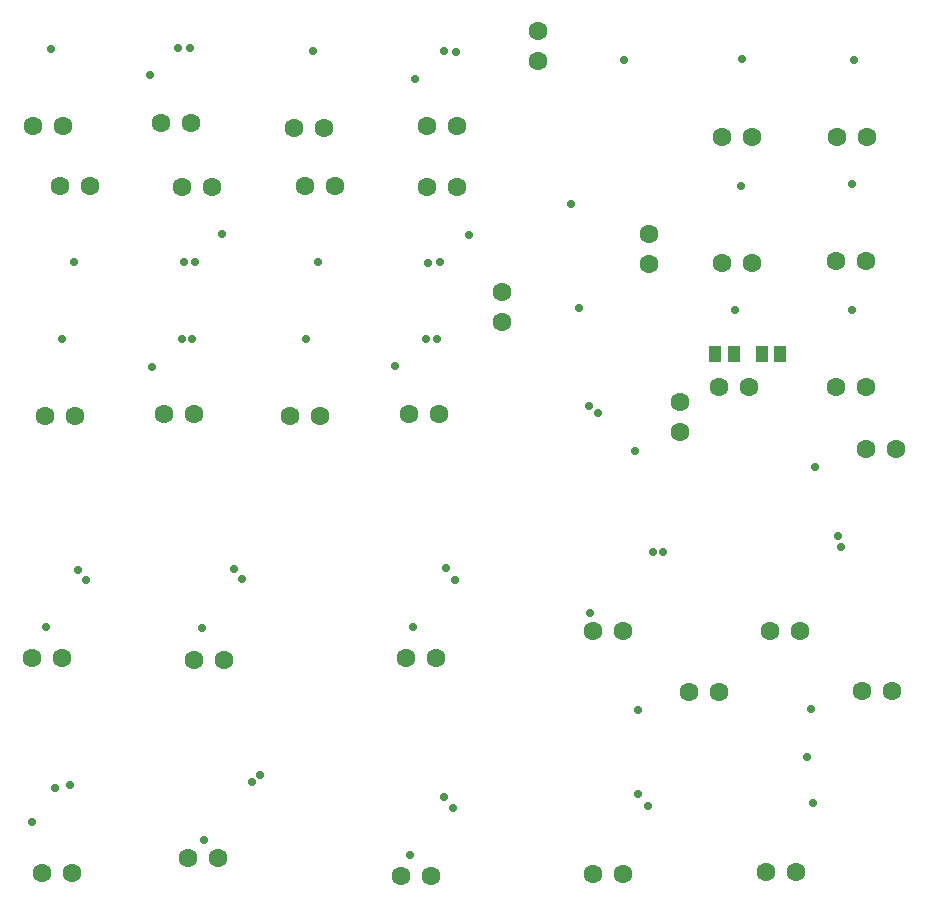
<source format=gbs>
%FSLAX24Y24*%
%MOIN*%
G70*
G01*
G75*
G04 Layer_Color=16711935*
%ADD10R,0.0520X0.0385*%
%ADD11R,0.0385X0.0520*%
%ADD12C,0.0070*%
%ADD13C,0.0060*%
%ADD14C,0.0060*%
%ADD15C,0.0591*%
%ADD16C,0.0250*%
%ADD17C,0.0250*%
%ADD18C,0.0200*%
%ADD19C,0.0080*%
%ADD20C,0.0079*%
%ADD21C,0.0050*%
%ADD22R,0.0560X0.0425*%
%ADD23R,0.0425X0.0560*%
%ADD24C,0.0631*%
%ADD25C,0.0290*%
D23*
X23285Y18490D02*
D03*
X23910D02*
D03*
X24845D02*
D03*
X25470D02*
D03*
D24*
X16200Y20550D02*
D03*
Y19550D02*
D03*
X29310Y15310D02*
D03*
X28310D02*
D03*
X25110Y9250D02*
D03*
X26110D02*
D03*
X23410Y17380D02*
D03*
X24410D02*
D03*
X27310D02*
D03*
X28310D02*
D03*
X27310Y21580D02*
D03*
X28310D02*
D03*
X27370Y25720D02*
D03*
X28370D02*
D03*
X24990Y1210D02*
D03*
X25990D02*
D03*
X29190Y7270D02*
D03*
X28190D02*
D03*
X23530Y21520D02*
D03*
X24530D02*
D03*
X23530Y25720D02*
D03*
X24530D02*
D03*
X23430Y7210D02*
D03*
X22430D02*
D03*
X19230Y1150D02*
D03*
X20230D02*
D03*
X850Y1180D02*
D03*
X1850D02*
D03*
X12810Y1090D02*
D03*
X13810D02*
D03*
X5730Y1690D02*
D03*
X6730D02*
D03*
X12990Y8350D02*
D03*
X13990D02*
D03*
X5910Y8290D02*
D03*
X6910D02*
D03*
X510Y8350D02*
D03*
X1510D02*
D03*
X22140Y15890D02*
D03*
Y16890D02*
D03*
X17400Y29250D02*
D03*
Y28250D02*
D03*
X19230Y9250D02*
D03*
X20230D02*
D03*
X21090Y21490D02*
D03*
Y22490D02*
D03*
X9130Y16420D02*
D03*
X10130D02*
D03*
X13090Y16480D02*
D03*
X14090D02*
D03*
X10610Y24100D02*
D03*
X9610D02*
D03*
X14690Y24040D02*
D03*
X13690D02*
D03*
X6530D02*
D03*
X5530D02*
D03*
X2450Y24100D02*
D03*
X1450D02*
D03*
X4930Y16480D02*
D03*
X5930D02*
D03*
X970Y16420D02*
D03*
X1970D02*
D03*
X9250Y26020D02*
D03*
X10250D02*
D03*
X13690Y26080D02*
D03*
X14690D02*
D03*
X4810Y26200D02*
D03*
X5810D02*
D03*
X550Y26080D02*
D03*
X1550D02*
D03*
D25*
X24150Y24100D02*
D03*
X4520Y18060D02*
D03*
X13230Y9390D02*
D03*
X6180Y9370D02*
D03*
X27490Y12040D02*
D03*
X20720Y3810D02*
D03*
X13120Y1780D02*
D03*
X14260Y3730D02*
D03*
X8120Y4460D02*
D03*
X1800Y4110D02*
D03*
X19130Y9870D02*
D03*
X21570Y11900D02*
D03*
X20610Y15270D02*
D03*
X19100Y16770D02*
D03*
X7260Y11330D02*
D03*
X2330Y10960D02*
D03*
X1000Y9390D02*
D03*
X12620Y18080D02*
D03*
X14020Y18990D02*
D03*
X15090Y22450D02*
D03*
X13720Y21530D02*
D03*
X5520Y18980D02*
D03*
X5600Y21540D02*
D03*
X6850Y22480D02*
D03*
X24200Y28320D02*
D03*
X20250Y28280D02*
D03*
X13300Y27670D02*
D03*
X14260Y28580D02*
D03*
X14650Y28570D02*
D03*
X4460Y27800D02*
D03*
X5790Y28700D02*
D03*
X18760Y20010D02*
D03*
X27390Y12430D02*
D03*
X26610Y14710D02*
D03*
X23950Y19940D02*
D03*
X27850D02*
D03*
Y24140D02*
D03*
X27910Y28280D02*
D03*
X26370Y5050D02*
D03*
X26550Y3530D02*
D03*
X26490Y6670D02*
D03*
X20730Y6610D02*
D03*
X21050Y3420D02*
D03*
X7540Y10980D02*
D03*
X2060Y11280D02*
D03*
X14640Y10970D02*
D03*
X14320Y11350D02*
D03*
X14550Y3360D02*
D03*
X6270Y2290D02*
D03*
X7850Y4210D02*
D03*
X510Y2890D02*
D03*
X1290Y4030D02*
D03*
X13670Y18990D02*
D03*
X9670Y18980D02*
D03*
X10070Y21540D02*
D03*
X14120D02*
D03*
X5960D02*
D03*
X1910D02*
D03*
X1510Y18980D02*
D03*
X5870D02*
D03*
X9880Y28580D02*
D03*
X1150Y28640D02*
D03*
X5380Y28700D02*
D03*
X19400Y16520D02*
D03*
X18500Y23480D02*
D03*
X21220Y11900D02*
D03*
M02*

</source>
